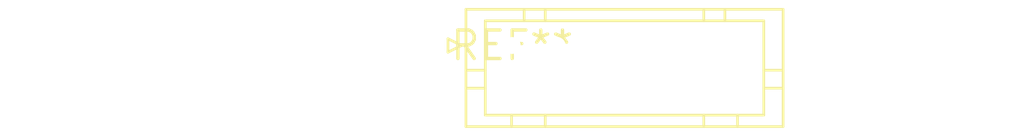
<source format=kicad_pcb>
(kicad_pcb (version 20240108) (generator pcbnew)
  (layers (0 "F.Cu" signal) (31 "B.Cu" signal) (34 "B.Paste" user) (35 "F.Paste" user) (36 "B.SilkS" user "B.Silkscreen") (37 "F.SilkS" user "F.Silkscreen") (38 "B.Mask" user) (39 "F.Mask" user) (44 "Edge.Cuts" user))
  (net 0 "")
  (footprint "JST_PHD_B12B-PHDSS_2x06_P2.00mm_Vertical" (layer "F.Cu") (at 0 0)
    (property "Reference" "REF**")
    (property "Value" "JST_PHD_B12B-PHDSS_2x06_P2.00mm_Vertical")
    (fp_line (start -2.86 -0.3) (end -2.26 0) (layer "F.SilkS") (stroke (width 0.12)))
    (fp_line (start -2.86 0.3) (end -2.86 -0.3) (layer "F.SilkS") (stroke (width 0.12)))
    (fp_line (start -2.26 0) (end -2.86 0.3) (layer "F.SilkS") (stroke (width 0.12)))
    (fp_line (start -2.06 -1.61) (end -2.06 3.61) (layer "F.SilkS") (stroke (width 0.12)))
    (fp_line (start -2.06 1.1) (end -1.2 1.1) (layer "F.SilkS") (stroke (width 0.12)))
    (fp_line (start -2.06 1.9) (end -1.2 1.9) (layer "F.SilkS") (stroke (width 0.12)))
    (fp_line (start -2.06 3.61) (end 12.06 3.61) (layer "F.SilkS") (stroke (width 0.12)))
    (fp_line (start -1.2 -1.1) (end -1.2 3.1) (layer "F.SilkS") (stroke (width 0.12)))
    (fp_line (start -1.2 3.1) (end 11.2 3.1) (layer "F.SilkS") (stroke (width 0.12)))
    (fp_line (start -0.03 3.61) (end -0.03 3.1) (layer "F.SilkS") (stroke (width 0.12)))
    (fp_line (start 0.53 -1.61) (end 0.53 -1.1) (layer "F.SilkS") (stroke (width 0.12)))
    (fp_line (start 1.47 -1.61) (end 1.47 -1.1) (layer "F.SilkS") (stroke (width 0.12)))
    (fp_line (start 1.47 3.61) (end 1.47 3.1) (layer "F.SilkS") (stroke (width 0.12)))
    (fp_line (start 8.53 -1.61) (end 8.53 -1.1) (layer "F.SilkS") (stroke (width 0.12)))
    (fp_line (start 8.53 3.61) (end 8.53 3.1) (layer "F.SilkS") (stroke (width 0.12)))
    (fp_line (start 9.47 -1.61) (end 9.47 -1.1) (layer "F.SilkS") (stroke (width 0.12)))
    (fp_line (start 10.03 3.61) (end 10.03 3.1) (layer "F.SilkS") (stroke (width 0.12)))
    (fp_line (start 11.2 -1.1) (end -1.2 -1.1) (layer "F.SilkS") (stroke (width 0.12)))
    (fp_line (start 11.2 3.1) (end 11.2 -1.1) (layer "F.SilkS") (stroke (width 0.12)))
    (fp_line (start 12.06 -1.61) (end -2.06 -1.61) (layer "F.SilkS") (stroke (width 0.12)))
    (fp_line (start 12.06 1.1) (end 11.2 1.1) (layer "F.SilkS") (stroke (width 0.12)))
    (fp_line (start 12.06 1.9) (end 11.2 1.9) (layer "F.SilkS") (stroke (width 0.12)))
    (fp_line (start 12.06 3.61) (end 12.06 -1.61) (layer "F.SilkS") (stroke (width 0.12)))
    (pad "1" thru_hole roundrect (at 0 0) (size 1.2 1.2) (drill 0.75) (layers *.Cu *.Mask) (remove_unused_layers) (roundrect_rratio 0.208333))
    (pad "2" thru_hole circle (at 0 2) (size 1.2 1.2) (drill 0.75) (layers *.Cu *.Mask) (remove_unused_layers))
    (pad "3" thru_hole circle (at 2 0) (size 1.2 1.2) (drill 0.75) (layers *.Cu *.Mask) (remove_unused_layers))
    (pad "4" thru_hole circle (at 2 2) (size 1.2 1.2) (drill 0.75) (layers *.Cu *.Mask) (remove_unused_layers))
    (pad "5" thru_hole circle (at 4 0) (size 1.2 1.2) (drill 0.75) (layers *.Cu *.Mask) (remove_unused_layers))
    (pad "6" thru_hole circle (at 4 2) (size 1.2 1.2) (drill 0.75) (layers *.Cu *.Mask) (remove_unused_layers))
    (pad "7" thru_hole circle (at 6 0) (size 1.2 1.2) (drill 0.75) (layers *.Cu *.Mask) (remove_unused_layers))
    (pad "8" thru_hole circle (at 6 2) (size 1.2 1.2) (drill 0.75) (layers *.Cu *.Mask) (remove_unused_layers))
    (pad "9" thru_hole circle (at 8 0) (size 1.2 1.2) (drill 0.75) (layers *.Cu *.Mask) (remove_unused_layers))
    (pad "10" thru_hole circle (at 8 2) (size 1.2 1.2) (drill 0.75) (layers *.Cu *.Mask) (remove_unused_layers))
    (pad "11" thru_hole circle (at 10 0) (size 1.2 1.2) (drill 0.75) (layers *.Cu *.Mask) (remove_unused_layers))
    (pad "12" thru_hole circle (at 10 2) (size 1.2 1.2) (drill 0.75) (layers *.Cu *.Mask) (remove_unused_layers))
  )
)
</source>
